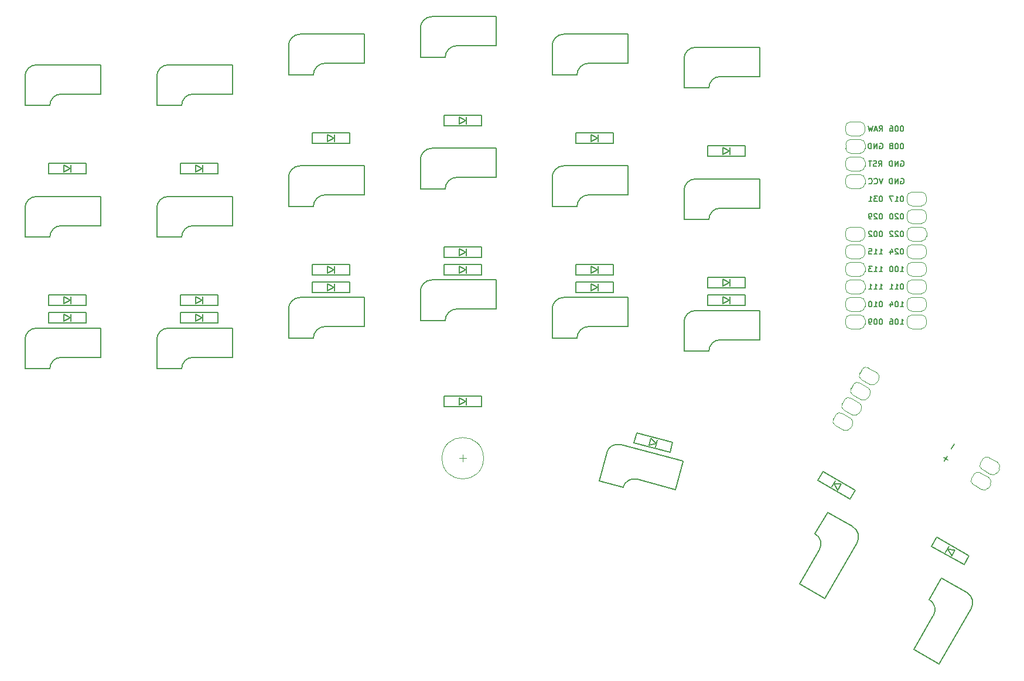
<source format=gbr>
%TF.GenerationSoftware,KiCad,Pcbnew,(5.1.9-0-10_14)*%
%TF.CreationDate,2021-10-14T21:57:33+01:00*%
%TF.ProjectId,edoxpcb,65646f78-7063-4622-9e6b-696361645f70,rev?*%
%TF.SameCoordinates,Original*%
%TF.FileFunction,Legend,Bot*%
%TF.FilePolarity,Positive*%
%FSLAX46Y46*%
G04 Gerber Fmt 4.6, Leading zero omitted, Abs format (unit mm)*
G04 Created by KiCad (PCBNEW (5.1.9-0-10_14)) date 2021-10-14 21:57:33*
%MOMM*%
%LPD*%
G01*
G04 APERTURE LIST*
%ADD10C,0.120000*%
%ADD11C,0.150000*%
G04 APERTURE END LIST*
D10*
%TO.C,SW32*%
X29672774Y-59212730D02*
X28672774Y-59212730D01*
X29172774Y-58712730D02*
X29172774Y-59712730D01*
X32172774Y-59212730D02*
G75*
G03*
X32172774Y-59212730I-3000000J0D01*
G01*
D11*
%TO.C,SW25*%
X66406536Y-42066447D02*
X72136536Y-42066447D01*
X61136536Y-39526447D02*
X61136536Y-43741447D01*
X62811536Y-37851447D02*
X72136536Y-37851447D01*
X61136536Y-43741447D02*
X64731536Y-43741447D01*
X72136536Y-37856447D02*
X72136536Y-42066447D01*
X62811536Y-37851447D02*
G75*
G03*
X61136536Y-39526447I0J-1675000D01*
G01*
X66406536Y-42066447D02*
G75*
G03*
X64731536Y-43741447I0J-1675000D01*
G01*
D10*
%TO.C,JPRSTB1*%
X86601533Y-15621449D02*
X85201533Y-15621449D01*
X84501533Y-16321449D02*
X84501533Y-16921449D01*
X85201533Y-17621449D02*
X86601533Y-17621449D01*
X87301533Y-16921449D02*
X87301533Y-16321449D01*
X87301533Y-16321449D02*
G75*
G03*
X86601533Y-15621449I-700000J0D01*
G01*
X86601533Y-17621449D02*
G75*
G03*
X87301533Y-16921449I0J700000D01*
G01*
X84501533Y-16921449D02*
G75*
G03*
X85201533Y-17621449I700000J0D01*
G01*
X85201533Y-15621449D02*
G75*
G03*
X84501533Y-16321449I0J-700000D01*
G01*
%TO.C,JPOVCCB1*%
X87747822Y-49015572D02*
X86535386Y-48315572D01*
X85579168Y-48571789D02*
X85279168Y-49091405D01*
X85535386Y-50047622D02*
X86747822Y-50747622D01*
X87704040Y-50491405D02*
X88004040Y-49971789D01*
X88004039Y-49971789D02*
G75*
G03*
X87747822Y-49015572I-606217J350000D01*
G01*
X86747822Y-50747623D02*
G75*
G03*
X87704040Y-50491405I350000J606218D01*
G01*
X85279169Y-49091405D02*
G75*
G03*
X85535386Y-50047622I606217J-350000D01*
G01*
X86535386Y-48315571D02*
G75*
G03*
X85579168Y-48571789I-350000J-606218D01*
G01*
%TO.C,JPOSDAB1*%
X85207819Y-53414982D02*
X83995383Y-52714982D01*
X83039165Y-52971199D02*
X82739165Y-53490815D01*
X82995383Y-54447032D02*
X84207819Y-55147032D01*
X85164037Y-54890815D02*
X85464037Y-54371199D01*
X85464036Y-54371199D02*
G75*
G03*
X85207819Y-53414982I-606217J350000D01*
G01*
X84207819Y-55147033D02*
G75*
G03*
X85164037Y-54890815I350000J606218D01*
G01*
X82739166Y-53490815D02*
G75*
G03*
X82995383Y-54447032I606217J-350000D01*
G01*
X83995383Y-52714981D02*
G75*
G03*
X83039165Y-52971199I-350000J-606218D01*
G01*
%TO.C,JPOSCLB1*%
X86477818Y-51215278D02*
X85265382Y-50515278D01*
X84309164Y-50771495D02*
X84009164Y-51291111D01*
X84265382Y-52247328D02*
X85477818Y-52947328D01*
X86434036Y-52691111D02*
X86734036Y-52171495D01*
X86734035Y-52171495D02*
G75*
G03*
X86477818Y-51215278I-606217J350000D01*
G01*
X85477818Y-52947329D02*
G75*
G03*
X86434036Y-52691111I350000J606218D01*
G01*
X84009165Y-51291111D02*
G75*
G03*
X84265382Y-52247328I606217J-350000D01*
G01*
X85265382Y-50515277D02*
G75*
G03*
X84309164Y-50771495I-350000J-606218D01*
G01*
%TO.C,JPOGNDB1*%
X89017820Y-46815869D02*
X87805384Y-46115869D01*
X86849166Y-46372086D02*
X86549166Y-46891702D01*
X86805384Y-47847919D02*
X88017820Y-48547919D01*
X88974038Y-48291702D02*
X89274038Y-47772086D01*
X89274037Y-47772086D02*
G75*
G03*
X89017820Y-46815869I-606217J350000D01*
G01*
X88017820Y-48547920D02*
G75*
G03*
X88974038Y-48291702I350000J606218D01*
G01*
X86549167Y-46891702D02*
G75*
G03*
X86805384Y-47847919I606217J-350000D01*
G01*
X87805384Y-46115868D02*
G75*
G03*
X86849166Y-46372086I-350000J-606218D01*
G01*
D11*
%TO.C,SW35*%
X97201738Y-81962336D02*
X94336738Y-86924662D01*
X102036442Y-78668382D02*
X98386145Y-76560882D01*
X102649535Y-80956475D02*
X97987035Y-89032162D01*
X98386145Y-76560882D02*
X96588645Y-79674243D01*
X97982704Y-89029662D02*
X94336738Y-86924662D01*
X102649535Y-80956475D02*
G75*
G03*
X102036442Y-78668382I-1450593J837500D01*
G01*
X97201738Y-81962336D02*
G75*
G03*
X96588645Y-79674243I-1450593J837500D01*
G01*
%TO.C,SW34*%
X80703740Y-72437337D02*
X77838740Y-77399663D01*
X85538444Y-69143383D02*
X81888147Y-67035883D01*
X86151537Y-71431476D02*
X81489037Y-79507163D01*
X81888147Y-67035883D02*
X80090647Y-70149244D01*
X81484706Y-79504663D02*
X77838740Y-77399663D01*
X86151537Y-71431476D02*
G75*
G03*
X85538444Y-69143383I-1450593J837500D01*
G01*
X80703740Y-72437337D02*
G75*
G03*
X80090647Y-70149244I-1450593J837500D01*
G01*
%TO.C,SW33*%
X54393406Y-62249115D02*
X59928161Y-63732148D01*
X49960377Y-58431687D02*
X48869455Y-62503064D01*
X52011824Y-57247283D02*
X61019083Y-59660771D01*
X48869455Y-62503064D02*
X52341958Y-63433519D01*
X61017789Y-59665600D02*
X59928161Y-63732148D01*
X52011825Y-57247283D02*
G75*
G03*
X49960377Y-58431687I-433522J-1617926D01*
G01*
X54393406Y-62249115D02*
G75*
G03*
X52341958Y-63433519I-433522J-1617926D01*
G01*
%TO.C,SW24*%
X47356532Y-40161449D02*
X53086532Y-40161449D01*
X42086532Y-37621449D02*
X42086532Y-41836449D01*
X43761532Y-35946449D02*
X53086532Y-35946449D01*
X42086532Y-41836449D02*
X45681532Y-41836449D01*
X53086532Y-35951449D02*
X53086532Y-40161449D01*
X43761532Y-35946449D02*
G75*
G03*
X42086532Y-37621449I0J-1675000D01*
G01*
X47356532Y-40161449D02*
G75*
G03*
X45681532Y-41836449I0J-1675000D01*
G01*
%TO.C,SW23*%
X28306535Y-37621449D02*
X34036535Y-37621449D01*
X23036535Y-35081449D02*
X23036535Y-39296449D01*
X24711535Y-33406449D02*
X34036535Y-33406449D01*
X23036535Y-39296449D02*
X26631535Y-39296449D01*
X34036535Y-33411449D02*
X34036535Y-37621449D01*
X24711535Y-33406449D02*
G75*
G03*
X23036535Y-35081449I0J-1675000D01*
G01*
X28306535Y-37621449D02*
G75*
G03*
X26631535Y-39296449I0J-1675000D01*
G01*
%TO.C,SW22*%
X9256532Y-40161449D02*
X14986532Y-40161449D01*
X3986532Y-37621449D02*
X3986532Y-41836449D01*
X5661532Y-35946449D02*
X14986532Y-35946449D01*
X3986532Y-41836449D02*
X7581532Y-41836449D01*
X14986532Y-35951449D02*
X14986532Y-40161449D01*
X5661532Y-35946449D02*
G75*
G03*
X3986532Y-37621449I0J-1675000D01*
G01*
X9256532Y-40161449D02*
G75*
G03*
X7581532Y-41836449I0J-1675000D01*
G01*
%TO.C,SW21*%
X-9793468Y-44606449D02*
X-4063468Y-44606449D01*
X-15063468Y-42066449D02*
X-15063468Y-46281449D01*
X-13388468Y-40391449D02*
X-4063468Y-40391449D01*
X-15063468Y-46281449D02*
X-11468468Y-46281449D01*
X-4063468Y-40396449D02*
X-4063468Y-44606449D01*
X-13388468Y-40391449D02*
G75*
G03*
X-15063468Y-42066449I0J-1675000D01*
G01*
X-9793468Y-44606449D02*
G75*
G03*
X-11468468Y-46281449I0J-1675000D01*
G01*
%TO.C,SW20*%
X-28843468Y-44606449D02*
X-23113468Y-44606449D01*
X-34113468Y-42066449D02*
X-34113468Y-46281449D01*
X-32438468Y-40391449D02*
X-23113468Y-40391449D01*
X-34113468Y-46281449D02*
X-30518468Y-46281449D01*
X-23113468Y-40396449D02*
X-23113468Y-44606449D01*
X-32438468Y-40391449D02*
G75*
G03*
X-34113468Y-42066449I0J-1675000D01*
G01*
X-28843468Y-44606449D02*
G75*
G03*
X-30518468Y-46281449I0J-1675000D01*
G01*
%TO.C,SW15*%
X66406534Y-23016446D02*
X72136534Y-23016446D01*
X61136534Y-20476446D02*
X61136534Y-24691446D01*
X62811534Y-18801446D02*
X72136534Y-18801446D01*
X61136534Y-24691446D02*
X64731534Y-24691446D01*
X72136534Y-18806446D02*
X72136534Y-23016446D01*
X62811534Y-18801446D02*
G75*
G03*
X61136534Y-20476446I0J-1675000D01*
G01*
X66406534Y-23016446D02*
G75*
G03*
X64731534Y-24691446I0J-1675000D01*
G01*
%TO.C,SW14*%
X47356532Y-21111449D02*
X53086532Y-21111449D01*
X42086532Y-18571449D02*
X42086532Y-22786449D01*
X43761532Y-16896449D02*
X53086532Y-16896449D01*
X42086532Y-22786449D02*
X45681532Y-22786449D01*
X53086532Y-16901449D02*
X53086532Y-21111449D01*
X43761532Y-16896449D02*
G75*
G03*
X42086532Y-18571449I0J-1675000D01*
G01*
X47356532Y-21111449D02*
G75*
G03*
X45681532Y-22786449I0J-1675000D01*
G01*
%TO.C,SW13*%
X28306535Y-18571449D02*
X34036535Y-18571449D01*
X23036535Y-16031449D02*
X23036535Y-20246449D01*
X24711535Y-14356449D02*
X34036535Y-14356449D01*
X23036535Y-20246449D02*
X26631535Y-20246449D01*
X34036535Y-14361449D02*
X34036535Y-18571449D01*
X24711535Y-14356449D02*
G75*
G03*
X23036535Y-16031449I0J-1675000D01*
G01*
X28306535Y-18571449D02*
G75*
G03*
X26631535Y-20246449I0J-1675000D01*
G01*
%TO.C,SW12*%
X9256535Y-21111450D02*
X14986535Y-21111450D01*
X3986535Y-18571450D02*
X3986535Y-22786450D01*
X5661535Y-16896450D02*
X14986535Y-16896450D01*
X3986535Y-22786450D02*
X7581535Y-22786450D01*
X14986535Y-16901450D02*
X14986535Y-21111450D01*
X5661535Y-16896450D02*
G75*
G03*
X3986535Y-18571450I0J-1675000D01*
G01*
X9256535Y-21111450D02*
G75*
G03*
X7581535Y-22786450I0J-1675000D01*
G01*
%TO.C,SW11*%
X-9793469Y-25556449D02*
X-4063469Y-25556449D01*
X-15063469Y-23016449D02*
X-15063469Y-27231449D01*
X-13388469Y-21341449D02*
X-4063469Y-21341449D01*
X-15063469Y-27231449D02*
X-11468469Y-27231449D01*
X-4063469Y-21346449D02*
X-4063469Y-25556449D01*
X-13388469Y-21341449D02*
G75*
G03*
X-15063469Y-23016449I0J-1675000D01*
G01*
X-9793469Y-25556449D02*
G75*
G03*
X-11468469Y-27231449I0J-1675000D01*
G01*
%TO.C,SW10*%
X-28843468Y-25556449D02*
X-23113468Y-25556449D01*
X-34113468Y-23016449D02*
X-34113468Y-27231449D01*
X-32438468Y-21341449D02*
X-23113468Y-21341449D01*
X-34113468Y-27231449D02*
X-30518468Y-27231449D01*
X-23113468Y-21346449D02*
X-23113468Y-25556449D01*
X-32438468Y-21341449D02*
G75*
G03*
X-34113468Y-23016449I0J-1675000D01*
G01*
X-28843468Y-25556449D02*
G75*
G03*
X-30518468Y-27231449I0J-1675000D01*
G01*
%TO.C,SW5*%
X66406531Y-3966449D02*
X72136531Y-3966449D01*
X61136531Y-1426449D02*
X61136531Y-5641449D01*
X62811531Y248551D02*
X72136531Y248551D01*
X61136531Y-5641449D02*
X64731531Y-5641449D01*
X72136531Y243551D02*
X72136531Y-3966449D01*
X62811531Y248551D02*
G75*
G03*
X61136531Y-1426449I0J-1675000D01*
G01*
X66406531Y-3966449D02*
G75*
G03*
X64731531Y-5641449I0J-1675000D01*
G01*
%TO.C,SW4*%
X47356532Y-2061451D02*
X53086532Y-2061451D01*
X42086532Y478549D02*
X42086532Y-3736451D01*
X43761532Y2153549D02*
X53086532Y2153549D01*
X42086532Y-3736451D02*
X45681532Y-3736451D01*
X53086532Y2148549D02*
X53086532Y-2061451D01*
X43761532Y2153549D02*
G75*
G03*
X42086532Y478549I0J-1675000D01*
G01*
X47356532Y-2061451D02*
G75*
G03*
X45681532Y-3736451I0J-1675000D01*
G01*
%TO.C,SW3*%
X28306534Y478550D02*
X34036534Y478550D01*
X23036534Y3018550D02*
X23036534Y-1196450D01*
X24711534Y4693550D02*
X34036534Y4693550D01*
X23036534Y-1196450D02*
X26631534Y-1196450D01*
X34036534Y4688550D02*
X34036534Y478550D01*
X24711534Y4693550D02*
G75*
G03*
X23036534Y3018550I0J-1675000D01*
G01*
X28306534Y478550D02*
G75*
G03*
X26631534Y-1196450I0J-1675000D01*
G01*
%TO.C,SW2*%
X9256536Y-2061450D02*
X14986536Y-2061450D01*
X3986536Y478550D02*
X3986536Y-3736450D01*
X5661536Y2153550D02*
X14986536Y2153550D01*
X3986536Y-3736450D02*
X7581536Y-3736450D01*
X14986536Y2148550D02*
X14986536Y-2061450D01*
X5661536Y2153550D02*
G75*
G03*
X3986536Y478550I0J-1675000D01*
G01*
X9256536Y-2061450D02*
G75*
G03*
X7581536Y-3736450I0J-1675000D01*
G01*
%TO.C,SW1*%
X-9793469Y-6506451D02*
X-4063469Y-6506451D01*
X-15063469Y-3966451D02*
X-15063469Y-8181451D01*
X-13388469Y-2291451D02*
X-4063469Y-2291451D01*
X-15063469Y-8181451D02*
X-11468469Y-8181451D01*
X-4063469Y-2296451D02*
X-4063469Y-6506451D01*
X-13388469Y-2291451D02*
G75*
G03*
X-15063469Y-3966451I0J-1675000D01*
G01*
X-9793469Y-6506451D02*
G75*
G03*
X-11468469Y-8181451I0J-1675000D01*
G01*
%TO.C,SW0*%
X-28843464Y-6506449D02*
X-23113464Y-6506449D01*
X-34113464Y-3966449D02*
X-34113464Y-8181449D01*
X-32438464Y-2291449D02*
X-23113464Y-2291449D01*
X-34113464Y-8181449D02*
X-30518464Y-8181449D01*
X-23113464Y-2296449D02*
X-23113464Y-6506449D01*
X-32438464Y-2291449D02*
G75*
G03*
X-34113464Y-3966449I0J-1675000D01*
G01*
X-28843464Y-6506449D02*
G75*
G03*
X-30518464Y-8181449I0J-1675000D01*
G01*
D10*
%TO.C,JP-B1*%
X105175307Y-62011276D02*
X103962871Y-61311276D01*
X103006653Y-61567493D02*
X102706653Y-62087109D01*
X102962871Y-63043326D02*
X104175307Y-63743326D01*
X105131525Y-63487109D02*
X105431525Y-62967493D01*
X105431524Y-62967493D02*
G75*
G03*
X105175307Y-62011276I-606217J350000D01*
G01*
X104175307Y-63743327D02*
G75*
G03*
X105131525Y-63487109I350000J606218D01*
G01*
X102706654Y-62087109D02*
G75*
G03*
X102962871Y-63043326I606217J-350000D01*
G01*
X103962871Y-61311275D02*
G75*
G03*
X103006653Y-61567493I-350000J-606218D01*
G01*
%TO.C,JP+B1*%
X106445307Y-59811571D02*
X105232871Y-59111571D01*
X104276653Y-59367788D02*
X103976653Y-59887404D01*
X104232871Y-60843621D02*
X105445307Y-61543621D01*
X106401525Y-61287404D02*
X106701525Y-60767788D01*
X106701524Y-60767788D02*
G75*
G03*
X106445307Y-59811571I-606217J350000D01*
G01*
X105445307Y-61543622D02*
G75*
G03*
X106401525Y-61287404I350000J606218D01*
G01*
X103976654Y-59887404D02*
G75*
G03*
X104232871Y-60843621I606217J-350000D01*
G01*
X105232871Y-59111570D02*
G75*
G03*
X104276653Y-59367788I-350000J-606218D01*
G01*
%TO.C,JPVCCB1*%
X86601532Y-18161445D02*
X85201532Y-18161445D01*
X84501532Y-18861445D02*
X84501532Y-19461445D01*
X85201532Y-20161445D02*
X86601532Y-20161445D01*
X87301532Y-19461445D02*
X87301532Y-18861445D01*
X87301532Y-18861445D02*
G75*
G03*
X86601532Y-18161445I-700000J0D01*
G01*
X86601532Y-20161445D02*
G75*
G03*
X87301532Y-19461445I0J700000D01*
G01*
X84501532Y-19461445D02*
G75*
G03*
X85201532Y-20161445I700000J0D01*
G01*
X85201532Y-18161445D02*
G75*
G03*
X84501532Y-18861445I0J-700000D01*
G01*
%TO.C,JPSDAB1*%
X94076532Y-22701453D02*
X95476532Y-22701453D01*
X96176532Y-22001453D02*
X96176532Y-21401453D01*
X95476532Y-20701453D02*
X94076532Y-20701453D01*
X93376532Y-21401453D02*
X93376532Y-22001453D01*
X93376532Y-22001453D02*
G75*
G03*
X94076532Y-22701453I700000J0D01*
G01*
X94076532Y-20701453D02*
G75*
G03*
X93376532Y-21401453I0J-700000D01*
G01*
X96176532Y-21401453D02*
G75*
G03*
X95476532Y-20701453I-700000J0D01*
G01*
X95476532Y-22701453D02*
G75*
G03*
X96176532Y-22001453I0J700000D01*
G01*
%TO.C,JPSCLB1*%
X94076532Y-25241449D02*
X95476532Y-25241449D01*
X96176532Y-24541449D02*
X96176532Y-23941449D01*
X95476532Y-23241449D02*
X94076532Y-23241449D01*
X93376532Y-23941449D02*
X93376532Y-24541449D01*
X93376532Y-24541449D02*
G75*
G03*
X94076532Y-25241449I700000J0D01*
G01*
X94076532Y-23241449D02*
G75*
G03*
X93376532Y-23941449I0J-700000D01*
G01*
X96176532Y-23941449D02*
G75*
G03*
X95476532Y-23241449I-700000J0D01*
G01*
X95476532Y-25241449D02*
G75*
G03*
X96176532Y-24541449I0J700000D01*
G01*
%TO.C,JPR3B1*%
X94076532Y-40481446D02*
X95476532Y-40481446D01*
X96176532Y-39781446D02*
X96176532Y-39181446D01*
X95476532Y-38481446D02*
X94076532Y-38481446D01*
X93376532Y-39181446D02*
X93376532Y-39781446D01*
X93376532Y-39781446D02*
G75*
G03*
X94076532Y-40481446I700000J0D01*
G01*
X94076532Y-38481446D02*
G75*
G03*
X93376532Y-39181446I0J-700000D01*
G01*
X96176532Y-39181446D02*
G75*
G03*
X95476532Y-38481446I-700000J0D01*
G01*
X95476532Y-40481446D02*
G75*
G03*
X96176532Y-39781446I0J700000D01*
G01*
%TO.C,JPR2B1*%
X94076532Y-37941449D02*
X95476532Y-37941449D01*
X96176532Y-37241449D02*
X96176532Y-36641449D01*
X95476532Y-35941449D02*
X94076532Y-35941449D01*
X93376532Y-36641449D02*
X93376532Y-37241449D01*
X93376532Y-37241449D02*
G75*
G03*
X94076532Y-37941449I700000J0D01*
G01*
X94076532Y-35941449D02*
G75*
G03*
X93376532Y-36641449I0J-700000D01*
G01*
X96176532Y-36641449D02*
G75*
G03*
X95476532Y-35941449I-700000J0D01*
G01*
X95476532Y-37941449D02*
G75*
G03*
X96176532Y-37241449I0J700000D01*
G01*
%TO.C,JPR1B1*%
X94076532Y-35401446D02*
X95476532Y-35401446D01*
X96176532Y-34701446D02*
X96176532Y-34101446D01*
X95476532Y-33401446D02*
X94076532Y-33401446D01*
X93376532Y-34101446D02*
X93376532Y-34701446D01*
X93376532Y-34701446D02*
G75*
G03*
X94076532Y-35401446I700000J0D01*
G01*
X94076532Y-33401446D02*
G75*
G03*
X93376532Y-34101446I0J-700000D01*
G01*
X96176532Y-34101446D02*
G75*
G03*
X95476532Y-33401446I-700000J0D01*
G01*
X95476532Y-35401446D02*
G75*
G03*
X96176532Y-34701446I0J700000D01*
G01*
%TO.C,JPR0B1*%
X94076533Y-32861450D02*
X95476533Y-32861450D01*
X96176533Y-32161450D02*
X96176533Y-31561450D01*
X95476533Y-30861450D02*
X94076533Y-30861450D01*
X93376533Y-31561450D02*
X93376533Y-32161450D01*
X93376533Y-32161450D02*
G75*
G03*
X94076533Y-32861450I700000J0D01*
G01*
X94076533Y-30861450D02*
G75*
G03*
X93376533Y-31561450I0J-700000D01*
G01*
X96176533Y-31561450D02*
G75*
G03*
X95476533Y-30861450I-700000J0D01*
G01*
X95476533Y-32861450D02*
G75*
G03*
X96176533Y-32161450I0J700000D01*
G01*
%TO.C,JPGNDB1*%
X86616534Y-13081451D02*
X85216534Y-13081451D01*
X84516534Y-13781451D02*
X84516534Y-14381451D01*
X85216534Y-15081451D02*
X86616534Y-15081451D01*
X87316534Y-14381451D02*
X87316534Y-13781451D01*
X87316534Y-13781451D02*
G75*
G03*
X86616534Y-13081451I-700000J0D01*
G01*
X86616534Y-15081451D02*
G75*
G03*
X87316534Y-14381451I0J700000D01*
G01*
X84516534Y-14381451D02*
G75*
G03*
X85216534Y-15081451I700000J0D01*
G01*
X85216534Y-13081451D02*
G75*
G03*
X84516534Y-13781451I0J-700000D01*
G01*
%TO.C,JPEBB2*%
X94076534Y-30321450D02*
X95476534Y-30321450D01*
X96176534Y-29621450D02*
X96176534Y-29021450D01*
X95476534Y-28321450D02*
X94076534Y-28321450D01*
X93376534Y-29021450D02*
X93376534Y-29621450D01*
X93376534Y-29621450D02*
G75*
G03*
X94076534Y-30321450I700000J0D01*
G01*
X94076534Y-28321450D02*
G75*
G03*
X93376534Y-29021450I0J-700000D01*
G01*
X96176534Y-29021450D02*
G75*
G03*
X95476534Y-28321450I-700000J0D01*
G01*
X95476534Y-30321450D02*
G75*
G03*
X96176534Y-29621450I0J700000D01*
G01*
%TO.C,JPEBB1*%
X86586532Y-10541452D02*
X85186532Y-10541452D01*
X84486532Y-11241452D02*
X84486532Y-11841452D01*
X85186532Y-12541452D02*
X86586532Y-12541452D01*
X87286532Y-11841452D02*
X87286532Y-11241452D01*
X87286532Y-11241452D02*
G75*
G03*
X86586532Y-10541452I-700000J0D01*
G01*
X86586532Y-12541452D02*
G75*
G03*
X87286532Y-11841452I0J700000D01*
G01*
X84486532Y-11841452D02*
G75*
G03*
X85186532Y-12541452I700000J0D01*
G01*
X85186532Y-10541452D02*
G75*
G03*
X84486532Y-11241452I0J-700000D01*
G01*
%TO.C,JPEAB1*%
X94091533Y-27781449D02*
X95491533Y-27781449D01*
X96191533Y-27081449D02*
X96191533Y-26481449D01*
X95491533Y-25781449D02*
X94091533Y-25781449D01*
X93391533Y-26481449D02*
X93391533Y-27081449D01*
X93391533Y-27081449D02*
G75*
G03*
X94091533Y-27781449I700000J0D01*
G01*
X94091533Y-25781449D02*
G75*
G03*
X93391533Y-26481449I0J-700000D01*
G01*
X96191533Y-26481449D02*
G75*
G03*
X95491533Y-25781449I-700000J0D01*
G01*
X95491533Y-27781449D02*
G75*
G03*
X96191533Y-27081449I0J700000D01*
G01*
%TO.C,JPC5B1*%
X86601531Y-38481448D02*
X85201531Y-38481448D01*
X84501531Y-39181448D02*
X84501531Y-39781448D01*
X85201531Y-40481448D02*
X86601531Y-40481448D01*
X87301531Y-39781448D02*
X87301531Y-39181448D01*
X87301531Y-39181448D02*
G75*
G03*
X86601531Y-38481448I-700000J0D01*
G01*
X86601531Y-40481448D02*
G75*
G03*
X87301531Y-39781448I0J700000D01*
G01*
X84501531Y-39781448D02*
G75*
G03*
X85201531Y-40481448I700000J0D01*
G01*
X85201531Y-38481448D02*
G75*
G03*
X84501531Y-39181448I0J-700000D01*
G01*
%TO.C,JPC4B1*%
X86601534Y-35941449D02*
X85201534Y-35941449D01*
X84501534Y-36641449D02*
X84501534Y-37241449D01*
X85201534Y-37941449D02*
X86601534Y-37941449D01*
X87301534Y-37241449D02*
X87301534Y-36641449D01*
X87301534Y-36641449D02*
G75*
G03*
X86601534Y-35941449I-700000J0D01*
G01*
X86601534Y-37941449D02*
G75*
G03*
X87301534Y-37241449I0J700000D01*
G01*
X84501534Y-37241449D02*
G75*
G03*
X85201534Y-37941449I700000J0D01*
G01*
X85201534Y-35941449D02*
G75*
G03*
X84501534Y-36641449I0J-700000D01*
G01*
%TO.C,JPC3B1*%
X86601531Y-33401448D02*
X85201531Y-33401448D01*
X84501531Y-34101448D02*
X84501531Y-34701448D01*
X85201531Y-35401448D02*
X86601531Y-35401448D01*
X87301531Y-34701448D02*
X87301531Y-34101448D01*
X87301531Y-34101448D02*
G75*
G03*
X86601531Y-33401448I-700000J0D01*
G01*
X86601531Y-35401448D02*
G75*
G03*
X87301531Y-34701448I0J700000D01*
G01*
X84501531Y-34701448D02*
G75*
G03*
X85201531Y-35401448I700000J0D01*
G01*
X85201531Y-33401448D02*
G75*
G03*
X84501531Y-34101448I0J-700000D01*
G01*
%TO.C,JPC2B1*%
X86601532Y-30861448D02*
X85201532Y-30861448D01*
X84501532Y-31561448D02*
X84501532Y-32161448D01*
X85201532Y-32861448D02*
X86601532Y-32861448D01*
X87301532Y-32161448D02*
X87301532Y-31561448D01*
X87301532Y-31561448D02*
G75*
G03*
X86601532Y-30861448I-700000J0D01*
G01*
X86601532Y-32861448D02*
G75*
G03*
X87301532Y-32161448I0J700000D01*
G01*
X84501532Y-32161448D02*
G75*
G03*
X85201532Y-32861448I700000J0D01*
G01*
X85201532Y-30861448D02*
G75*
G03*
X84501532Y-31561448I0J-700000D01*
G01*
%TO.C,JPC1B1*%
X86586534Y-28321450D02*
X85186534Y-28321450D01*
X84486534Y-29021450D02*
X84486534Y-29621450D01*
X85186534Y-30321450D02*
X86586534Y-30321450D01*
X87286534Y-29621450D02*
X87286534Y-29021450D01*
X87286534Y-29021450D02*
G75*
G03*
X86586534Y-28321450I-700000J0D01*
G01*
X86586534Y-30321450D02*
G75*
G03*
X87286534Y-29621450I0J700000D01*
G01*
X84486534Y-29621450D02*
G75*
G03*
X85186534Y-30321450I700000J0D01*
G01*
X85186534Y-28321450D02*
G75*
G03*
X84486534Y-29021450I0J-700000D01*
G01*
%TO.C,JPC0B1*%
X86586536Y-25781451D02*
X85186536Y-25781451D01*
X84486536Y-26481451D02*
X84486536Y-27081451D01*
X85186536Y-27781451D02*
X86586536Y-27781451D01*
X87286536Y-27081451D02*
X87286536Y-26481451D01*
X87286536Y-26481451D02*
G75*
G03*
X86586536Y-25781451I-700000J0D01*
G01*
X86586536Y-27781451D02*
G75*
G03*
X87286536Y-27081451I0J700000D01*
G01*
X84486536Y-27081451D02*
G75*
G03*
X85186536Y-27781451I700000J0D01*
G01*
X85186536Y-25781451D02*
G75*
G03*
X84486536Y-26481451I0J-700000D01*
G01*
D11*
%TO.C,D35*%
X99303124Y-72442629D02*
X100332547Y-72459616D01*
X100332547Y-72459616D02*
X99832547Y-73325642D01*
X99832547Y-73325642D02*
X99303124Y-72442629D01*
X99466521Y-71959616D02*
X98966521Y-72825642D01*
X102362803Y-73343110D02*
X97686265Y-70643110D01*
X97686265Y-70643110D02*
X96936265Y-71942148D01*
X96936265Y-71942148D02*
X101612803Y-74642148D01*
X101612803Y-74642148D02*
X102362803Y-73343110D01*
%TO.C,D34*%
X82849921Y-62943368D02*
X83879344Y-62960355D01*
X83879344Y-62960355D02*
X83379344Y-63826381D01*
X83379344Y-63826381D02*
X82849921Y-62943368D01*
X83013318Y-62460355D02*
X82513318Y-63326381D01*
X85909600Y-63843849D02*
X81233062Y-61143849D01*
X81233062Y-61143849D02*
X80483062Y-62442887D01*
X80483062Y-62442887D02*
X85159600Y-65142887D01*
X85159600Y-65142887D02*
X85909600Y-63843849D01*
%TO.C,D33*%
X57094452Y-57056256D02*
X56095710Y-57306281D01*
X56095710Y-57306281D02*
X56354529Y-56340356D01*
X56354529Y-56340356D02*
X57094452Y-57056256D01*
X57061635Y-57565100D02*
X57320454Y-56599175D01*
X53905968Y-56978361D02*
X59121967Y-58375984D01*
X59121967Y-58375984D02*
X59510196Y-56927095D01*
X59510196Y-56927095D02*
X54294197Y-55529472D01*
X54294197Y-55529472D02*
X53905968Y-56978361D01*
%TO.C,D32*%
X29571534Y-50956449D02*
X28671534Y-51456449D01*
X28671534Y-51456449D02*
X28671534Y-50456449D01*
X28671534Y-50456449D02*
X29571534Y-50956449D01*
X29671534Y-51456449D02*
X29671534Y-50456449D01*
X26471534Y-51706449D02*
X31871534Y-51706449D01*
X31871534Y-51706449D02*
X31871534Y-50206449D01*
X31871534Y-50206449D02*
X26471534Y-50206449D01*
X26471534Y-50206449D02*
X26471534Y-51706449D01*
%TO.C,D25*%
X67671534Y-36351450D02*
X66771534Y-36851450D01*
X66771534Y-36851450D02*
X66771534Y-35851450D01*
X66771534Y-35851450D02*
X67671534Y-36351450D01*
X67771534Y-36851450D02*
X67771534Y-35851450D01*
X64571534Y-37101450D02*
X69971534Y-37101450D01*
X69971534Y-37101450D02*
X69971534Y-35601450D01*
X69971534Y-35601450D02*
X64571534Y-35601450D01*
X64571534Y-35601450D02*
X64571534Y-37101450D01*
%TO.C,D24*%
X48621532Y-34446448D02*
X47721532Y-34946448D01*
X47721532Y-34946448D02*
X47721532Y-33946448D01*
X47721532Y-33946448D02*
X48621532Y-34446448D01*
X48721532Y-34946448D02*
X48721532Y-33946448D01*
X45521532Y-35196448D02*
X50921532Y-35196448D01*
X50921532Y-35196448D02*
X50921532Y-33696448D01*
X50921532Y-33696448D02*
X45521532Y-33696448D01*
X45521532Y-33696448D02*
X45521532Y-35196448D01*
%TO.C,D23*%
X29571535Y-31906451D02*
X28671535Y-32406451D01*
X28671535Y-32406451D02*
X28671535Y-31406451D01*
X28671535Y-31406451D02*
X29571535Y-31906451D01*
X29671535Y-32406451D02*
X29671535Y-31406451D01*
X26471535Y-32656451D02*
X31871535Y-32656451D01*
X31871535Y-32656451D02*
X31871535Y-31156451D01*
X31871535Y-31156451D02*
X26471535Y-31156451D01*
X26471535Y-31156451D02*
X26471535Y-32656451D01*
%TO.C,D22*%
X10521534Y-34446447D02*
X9621534Y-34946447D01*
X9621534Y-34946447D02*
X9621534Y-33946447D01*
X9621534Y-33946447D02*
X10521534Y-34446447D01*
X10621534Y-34946447D02*
X10621534Y-33946447D01*
X7421534Y-35196447D02*
X12821534Y-35196447D01*
X12821534Y-35196447D02*
X12821534Y-33696447D01*
X12821534Y-33696447D02*
X7421534Y-33696447D01*
X7421534Y-33696447D02*
X7421534Y-35196447D01*
%TO.C,D21*%
X-8528469Y-38891448D02*
X-9428469Y-39391448D01*
X-9428469Y-39391448D02*
X-9428469Y-38391448D01*
X-9428469Y-38391448D02*
X-8528469Y-38891448D01*
X-8428469Y-39391448D02*
X-8428469Y-38391448D01*
X-11628469Y-39641448D02*
X-6228469Y-39641448D01*
X-6228469Y-39641448D02*
X-6228469Y-38141448D01*
X-6228469Y-38141448D02*
X-11628469Y-38141448D01*
X-11628469Y-38141448D02*
X-11628469Y-39641448D01*
%TO.C,D20*%
X-27578468Y-38891447D02*
X-28478468Y-39391447D01*
X-28478468Y-39391447D02*
X-28478468Y-38391447D01*
X-28478468Y-38391447D02*
X-27578468Y-38891447D01*
X-27478468Y-39391447D02*
X-27478468Y-38391447D01*
X-30678468Y-39641447D02*
X-25278468Y-39641447D01*
X-25278468Y-39641447D02*
X-25278468Y-38141447D01*
X-25278468Y-38141447D02*
X-30678468Y-38141447D01*
X-30678468Y-38141447D02*
X-30678468Y-39641447D01*
%TO.C,D15*%
X67671534Y-33811446D02*
X66771534Y-34311446D01*
X66771534Y-34311446D02*
X66771534Y-33311446D01*
X66771534Y-33311446D02*
X67671534Y-33811446D01*
X67771534Y-34311446D02*
X67771534Y-33311446D01*
X64571534Y-34561446D02*
X69971534Y-34561446D01*
X69971534Y-34561446D02*
X69971534Y-33061446D01*
X69971534Y-33061446D02*
X64571534Y-33061446D01*
X64571534Y-33061446D02*
X64571534Y-34561446D01*
%TO.C,D14*%
X48621534Y-31906448D02*
X47721534Y-32406448D01*
X47721534Y-32406448D02*
X47721534Y-31406448D01*
X47721534Y-31406448D02*
X48621534Y-31906448D01*
X48721534Y-32406448D02*
X48721534Y-31406448D01*
X45521534Y-32656448D02*
X50921534Y-32656448D01*
X50921534Y-32656448D02*
X50921534Y-31156448D01*
X50921534Y-31156448D02*
X45521534Y-31156448D01*
X45521534Y-31156448D02*
X45521534Y-32656448D01*
%TO.C,D13*%
X29571535Y-29366447D02*
X28671535Y-29866447D01*
X28671535Y-29866447D02*
X28671535Y-28866447D01*
X28671535Y-28866447D02*
X29571535Y-29366447D01*
X29671535Y-29866447D02*
X29671535Y-28866447D01*
X26471535Y-30116447D02*
X31871535Y-30116447D01*
X31871535Y-30116447D02*
X31871535Y-28616447D01*
X31871535Y-28616447D02*
X26471535Y-28616447D01*
X26471535Y-28616447D02*
X26471535Y-30116447D01*
%TO.C,D12*%
X10521534Y-31906449D02*
X9621534Y-32406449D01*
X9621534Y-32406449D02*
X9621534Y-31406449D01*
X9621534Y-31406449D02*
X10521534Y-31906449D01*
X10621534Y-32406449D02*
X10621534Y-31406449D01*
X7421534Y-32656449D02*
X12821534Y-32656449D01*
X12821534Y-32656449D02*
X12821534Y-31156449D01*
X12821534Y-31156449D02*
X7421534Y-31156449D01*
X7421534Y-31156449D02*
X7421534Y-32656449D01*
%TO.C,D11*%
X-8528469Y-36351444D02*
X-9428469Y-36851444D01*
X-9428469Y-36851444D02*
X-9428469Y-35851444D01*
X-9428469Y-35851444D02*
X-8528469Y-36351444D01*
X-8428469Y-36851444D02*
X-8428469Y-35851444D01*
X-11628469Y-37101444D02*
X-6228469Y-37101444D01*
X-6228469Y-37101444D02*
X-6228469Y-35601444D01*
X-6228469Y-35601444D02*
X-11628469Y-35601444D01*
X-11628469Y-35601444D02*
X-11628469Y-37101444D01*
%TO.C,D10*%
X-27578468Y-36351448D02*
X-28478468Y-36851448D01*
X-28478468Y-36851448D02*
X-28478468Y-35851448D01*
X-28478468Y-35851448D02*
X-27578468Y-36351448D01*
X-27478468Y-36851448D02*
X-27478468Y-35851448D01*
X-30678468Y-37101448D02*
X-25278468Y-37101448D01*
X-25278468Y-37101448D02*
X-25278468Y-35601448D01*
X-25278468Y-35601448D02*
X-30678468Y-35601448D01*
X-30678468Y-35601448D02*
X-30678468Y-37101448D01*
%TO.C,D5*%
X67671533Y-14761449D02*
X66771533Y-15261449D01*
X66771533Y-15261449D02*
X66771533Y-14261449D01*
X66771533Y-14261449D02*
X67671533Y-14761449D01*
X67771533Y-15261449D02*
X67771533Y-14261449D01*
X64571533Y-15511449D02*
X69971533Y-15511449D01*
X69971533Y-15511449D02*
X69971533Y-14011449D01*
X69971533Y-14011449D02*
X64571533Y-14011449D01*
X64571533Y-14011449D02*
X64571533Y-15511449D01*
%TO.C,D4*%
X48621533Y-12856447D02*
X47721533Y-13356447D01*
X47721533Y-13356447D02*
X47721533Y-12356447D01*
X47721533Y-12356447D02*
X48621533Y-12856447D01*
X48721533Y-13356447D02*
X48721533Y-12356447D01*
X45521533Y-13606447D02*
X50921533Y-13606447D01*
X50921533Y-13606447D02*
X50921533Y-12106447D01*
X50921533Y-12106447D02*
X45521533Y-12106447D01*
X45521533Y-12106447D02*
X45521533Y-13606447D01*
%TO.C,D3*%
X29571531Y-10316447D02*
X28671531Y-10816447D01*
X28671531Y-10816447D02*
X28671531Y-9816447D01*
X28671531Y-9816447D02*
X29571531Y-10316447D01*
X29671531Y-10816447D02*
X29671531Y-9816447D01*
X26471531Y-11066447D02*
X31871531Y-11066447D01*
X31871531Y-11066447D02*
X31871531Y-9566447D01*
X31871531Y-9566447D02*
X26471531Y-9566447D01*
X26471531Y-9566447D02*
X26471531Y-11066447D01*
%TO.C,D2*%
X10521533Y-12856448D02*
X9621533Y-13356448D01*
X9621533Y-13356448D02*
X9621533Y-12356448D01*
X9621533Y-12356448D02*
X10521533Y-12856448D01*
X10621533Y-13356448D02*
X10621533Y-12356448D01*
X7421533Y-13606448D02*
X12821533Y-13606448D01*
X12821533Y-13606448D02*
X12821533Y-12106448D01*
X12821533Y-12106448D02*
X7421533Y-12106448D01*
X7421533Y-12106448D02*
X7421533Y-13606448D01*
%TO.C,D1*%
X-8528468Y-17301447D02*
X-9428468Y-17801447D01*
X-9428468Y-17801447D02*
X-9428468Y-16801447D01*
X-9428468Y-16801447D02*
X-8528468Y-17301447D01*
X-8428468Y-17801447D02*
X-8428468Y-16801447D01*
X-11628468Y-18051447D02*
X-6228468Y-18051447D01*
X-6228468Y-18051447D02*
X-6228468Y-16551447D01*
X-6228468Y-16551447D02*
X-11628468Y-16551447D01*
X-11628468Y-16551447D02*
X-11628468Y-18051447D01*
%TO.C,D0*%
X-27578465Y-17301451D02*
X-28478465Y-17801451D01*
X-28478465Y-17801451D02*
X-28478465Y-16801451D01*
X-28478465Y-16801451D02*
X-27578465Y-17301451D01*
X-27478465Y-17801451D02*
X-27478465Y-16801451D01*
X-30678465Y-18051451D02*
X-25278465Y-18051451D01*
X-25278465Y-18051451D02*
X-25278465Y-16551451D01*
X-25278465Y-16551451D02*
X-30678465Y-16551451D01*
X-30678465Y-16551451D02*
X-30678465Y-18051451D01*
%TO.C,U0*%
X89355866Y-32223354D02*
X89813009Y-32223354D01*
X89584437Y-32223354D02*
X89584437Y-31423354D01*
X89660628Y-31537640D01*
X89736818Y-31613830D01*
X89813009Y-31651926D01*
X88593961Y-32223354D02*
X89051104Y-32223354D01*
X88822533Y-32223354D02*
X88822533Y-31423354D01*
X88898723Y-31537640D01*
X88974913Y-31613830D01*
X89051104Y-31651926D01*
X88327294Y-31423354D02*
X87832056Y-31423354D01*
X88098723Y-31728116D01*
X87984437Y-31728116D01*
X87908247Y-31766211D01*
X87870152Y-31804307D01*
X87832056Y-31880497D01*
X87832056Y-32070973D01*
X87870152Y-32147164D01*
X87908247Y-32185259D01*
X87984437Y-32223354D01*
X88213009Y-32223354D01*
X88289199Y-32185259D01*
X88327294Y-32147164D01*
X89622533Y-26343354D02*
X89546342Y-26343354D01*
X89470152Y-26381450D01*
X89432056Y-26419545D01*
X89393961Y-26495735D01*
X89355866Y-26648116D01*
X89355866Y-26838592D01*
X89393961Y-26990973D01*
X89432056Y-27067164D01*
X89470152Y-27105259D01*
X89546342Y-27143354D01*
X89622533Y-27143354D01*
X89698723Y-27105259D01*
X89736818Y-27067164D01*
X89774913Y-26990973D01*
X89813009Y-26838592D01*
X89813009Y-26648116D01*
X89774913Y-26495735D01*
X89736818Y-26419545D01*
X89698723Y-26381450D01*
X89622533Y-26343354D01*
X88860628Y-26343354D02*
X88784437Y-26343354D01*
X88708247Y-26381450D01*
X88670152Y-26419545D01*
X88632056Y-26495735D01*
X88593961Y-26648116D01*
X88593961Y-26838592D01*
X88632056Y-26990973D01*
X88670152Y-27067164D01*
X88708247Y-27105259D01*
X88784437Y-27143354D01*
X88860628Y-27143354D01*
X88936818Y-27105259D01*
X88974913Y-27067164D01*
X89013009Y-26990973D01*
X89051104Y-26838592D01*
X89051104Y-26648116D01*
X89013009Y-26495735D01*
X88974913Y-26419545D01*
X88936818Y-26381450D01*
X88860628Y-26343354D01*
X88289199Y-26419545D02*
X88251104Y-26381450D01*
X88174913Y-26343354D01*
X87984437Y-26343354D01*
X87908247Y-26381450D01*
X87870152Y-26419545D01*
X87832056Y-26495735D01*
X87832056Y-26571926D01*
X87870152Y-26686211D01*
X88327294Y-27143354D01*
X87832056Y-27143354D01*
X89355866Y-34763354D02*
X89813009Y-34763354D01*
X89584437Y-34763354D02*
X89584437Y-33963354D01*
X89660628Y-34077640D01*
X89736818Y-34153830D01*
X89813009Y-34191926D01*
X88593961Y-34763354D02*
X89051104Y-34763354D01*
X88822533Y-34763354D02*
X88822533Y-33963354D01*
X88898723Y-34077640D01*
X88974913Y-34153830D01*
X89051104Y-34191926D01*
X87832056Y-34763354D02*
X88289199Y-34763354D01*
X88060628Y-34763354D02*
X88060628Y-33963354D01*
X88136818Y-34077640D01*
X88213009Y-34153830D01*
X88289199Y-34191926D01*
X89622533Y-39043354D02*
X89546342Y-39043354D01*
X89470152Y-39081450D01*
X89432056Y-39119545D01*
X89393961Y-39195735D01*
X89355866Y-39348116D01*
X89355866Y-39538592D01*
X89393961Y-39690973D01*
X89432056Y-39767164D01*
X89470152Y-39805259D01*
X89546342Y-39843354D01*
X89622533Y-39843354D01*
X89698723Y-39805259D01*
X89736818Y-39767164D01*
X89774913Y-39690973D01*
X89813009Y-39538592D01*
X89813009Y-39348116D01*
X89774913Y-39195735D01*
X89736818Y-39119545D01*
X89698723Y-39081450D01*
X89622533Y-39043354D01*
X88860628Y-39043354D02*
X88784437Y-39043354D01*
X88708247Y-39081450D01*
X88670152Y-39119545D01*
X88632056Y-39195735D01*
X88593961Y-39348116D01*
X88593961Y-39538592D01*
X88632056Y-39690973D01*
X88670152Y-39767164D01*
X88708247Y-39805259D01*
X88784437Y-39843354D01*
X88860628Y-39843354D01*
X88936818Y-39805259D01*
X88974913Y-39767164D01*
X89013009Y-39690973D01*
X89051104Y-39538592D01*
X89051104Y-39348116D01*
X89013009Y-39195735D01*
X88974913Y-39119545D01*
X88936818Y-39081450D01*
X88860628Y-39043354D01*
X88213009Y-39843354D02*
X88060628Y-39843354D01*
X87984437Y-39805259D01*
X87946342Y-39767164D01*
X87870152Y-39652878D01*
X87832056Y-39500497D01*
X87832056Y-39195735D01*
X87870152Y-39119545D01*
X87908247Y-39081450D01*
X87984437Y-39043354D01*
X88136818Y-39043354D01*
X88213009Y-39081450D01*
X88251104Y-39119545D01*
X88289199Y-39195735D01*
X88289199Y-39386211D01*
X88251104Y-39462402D01*
X88213009Y-39500497D01*
X88136818Y-39538592D01*
X87984437Y-39538592D01*
X87908247Y-39500497D01*
X87870152Y-39462402D01*
X87832056Y-39386211D01*
X89622533Y-21263354D02*
X89546342Y-21263354D01*
X89470152Y-21301450D01*
X89432056Y-21339545D01*
X89393961Y-21415735D01*
X89355866Y-21568116D01*
X89355866Y-21758592D01*
X89393961Y-21910973D01*
X89432056Y-21987164D01*
X89470152Y-22025259D01*
X89546342Y-22063354D01*
X89622533Y-22063354D01*
X89698723Y-22025259D01*
X89736818Y-21987164D01*
X89774913Y-21910973D01*
X89813009Y-21758592D01*
X89813009Y-21568116D01*
X89774913Y-21415735D01*
X89736818Y-21339545D01*
X89698723Y-21301450D01*
X89622533Y-21263354D01*
X89089199Y-21263354D02*
X88593961Y-21263354D01*
X88860628Y-21568116D01*
X88746342Y-21568116D01*
X88670152Y-21606211D01*
X88632056Y-21644307D01*
X88593961Y-21720497D01*
X88593961Y-21910973D01*
X88632056Y-21987164D01*
X88670152Y-22025259D01*
X88746342Y-22063354D01*
X88974913Y-22063354D01*
X89051104Y-22025259D01*
X89089199Y-21987164D01*
X87832056Y-22063354D02*
X88289199Y-22063354D01*
X88060628Y-22063354D02*
X88060628Y-21263354D01*
X88136818Y-21377640D01*
X88213009Y-21453830D01*
X88289199Y-21491926D01*
X89622533Y-36503354D02*
X89546342Y-36503354D01*
X89470152Y-36541450D01*
X89432056Y-36579545D01*
X89393961Y-36655735D01*
X89355866Y-36808116D01*
X89355866Y-36998592D01*
X89393961Y-37150973D01*
X89432056Y-37227164D01*
X89470152Y-37265259D01*
X89546342Y-37303354D01*
X89622533Y-37303354D01*
X89698723Y-37265259D01*
X89736818Y-37227164D01*
X89774913Y-37150973D01*
X89813009Y-36998592D01*
X89813009Y-36808116D01*
X89774913Y-36655735D01*
X89736818Y-36579545D01*
X89698723Y-36541450D01*
X89622533Y-36503354D01*
X88593961Y-37303354D02*
X89051104Y-37303354D01*
X88822533Y-37303354D02*
X88822533Y-36503354D01*
X88898723Y-36617640D01*
X88974913Y-36693830D01*
X89051104Y-36731926D01*
X88098723Y-36503354D02*
X88022533Y-36503354D01*
X87946342Y-36541450D01*
X87908247Y-36579545D01*
X87870152Y-36655735D01*
X87832056Y-36808116D01*
X87832056Y-36998592D01*
X87870152Y-37150973D01*
X87908247Y-37227164D01*
X87946342Y-37265259D01*
X88022533Y-37303354D01*
X88098723Y-37303354D01*
X88174913Y-37265259D01*
X88213009Y-37227164D01*
X88251104Y-37150973D01*
X88289199Y-36998592D01*
X88289199Y-36808116D01*
X88251104Y-36655735D01*
X88213009Y-36579545D01*
X88174913Y-36541450D01*
X88098723Y-36503354D01*
X89622533Y-23803354D02*
X89546342Y-23803354D01*
X89470152Y-23841450D01*
X89432056Y-23879545D01*
X89393961Y-23955735D01*
X89355866Y-24108116D01*
X89355866Y-24298592D01*
X89393961Y-24450973D01*
X89432056Y-24527164D01*
X89470152Y-24565259D01*
X89546342Y-24603354D01*
X89622533Y-24603354D01*
X89698723Y-24565259D01*
X89736818Y-24527164D01*
X89774913Y-24450973D01*
X89813009Y-24298592D01*
X89813009Y-24108116D01*
X89774913Y-23955735D01*
X89736818Y-23879545D01*
X89698723Y-23841450D01*
X89622533Y-23803354D01*
X89051104Y-23879545D02*
X89013009Y-23841450D01*
X88936818Y-23803354D01*
X88746342Y-23803354D01*
X88670152Y-23841450D01*
X88632056Y-23879545D01*
X88593961Y-23955735D01*
X88593961Y-24031926D01*
X88632056Y-24146211D01*
X89089199Y-24603354D01*
X88593961Y-24603354D01*
X88213009Y-24603354D02*
X88060628Y-24603354D01*
X87984437Y-24565259D01*
X87946342Y-24527164D01*
X87870152Y-24412878D01*
X87832056Y-24260497D01*
X87832056Y-23955735D01*
X87870152Y-23879545D01*
X87908247Y-23841450D01*
X87984437Y-23803354D01*
X88136818Y-23803354D01*
X88213009Y-23841450D01*
X88251104Y-23879545D01*
X88289199Y-23955735D01*
X88289199Y-24146211D01*
X88251104Y-24222402D01*
X88213009Y-24260497D01*
X88136818Y-24298592D01*
X87984437Y-24298592D01*
X87908247Y-24260497D01*
X87870152Y-24222402D01*
X87832056Y-24146211D01*
X89889199Y-18723354D02*
X89622533Y-19523354D01*
X89355866Y-18723354D01*
X88632056Y-19447164D02*
X88670152Y-19485259D01*
X88784437Y-19523354D01*
X88860628Y-19523354D01*
X88974913Y-19485259D01*
X89051104Y-19409069D01*
X89089199Y-19332878D01*
X89127294Y-19180497D01*
X89127294Y-19066211D01*
X89089199Y-18913830D01*
X89051104Y-18837640D01*
X88974913Y-18761450D01*
X88860628Y-18723354D01*
X88784437Y-18723354D01*
X88670152Y-18761450D01*
X88632056Y-18799545D01*
X87832056Y-19447164D02*
X87870152Y-19485259D01*
X87984437Y-19523354D01*
X88060628Y-19523354D01*
X88174913Y-19485259D01*
X88251104Y-19409069D01*
X88289199Y-19332878D01*
X88327294Y-19180497D01*
X88327294Y-19066211D01*
X88289199Y-18913830D01*
X88251104Y-18837640D01*
X88174913Y-18761450D01*
X88060628Y-18723354D01*
X87984437Y-18723354D01*
X87870152Y-18761450D01*
X87832056Y-18799545D01*
X89260628Y-16983354D02*
X89527294Y-16602402D01*
X89717771Y-16983354D02*
X89717771Y-16183354D01*
X89413009Y-16183354D01*
X89336818Y-16221450D01*
X89298723Y-16259545D01*
X89260628Y-16335735D01*
X89260628Y-16450021D01*
X89298723Y-16526211D01*
X89336818Y-16564307D01*
X89413009Y-16602402D01*
X89717771Y-16602402D01*
X88955866Y-16945259D02*
X88841580Y-16983354D01*
X88651104Y-16983354D01*
X88574913Y-16945259D01*
X88536818Y-16907164D01*
X88498723Y-16830973D01*
X88498723Y-16754783D01*
X88536818Y-16678592D01*
X88574913Y-16640497D01*
X88651104Y-16602402D01*
X88803485Y-16564307D01*
X88879675Y-16526211D01*
X88917771Y-16488116D01*
X88955866Y-16411926D01*
X88955866Y-16335735D01*
X88917771Y-16259545D01*
X88879675Y-16221450D01*
X88803485Y-16183354D01*
X88613009Y-16183354D01*
X88498723Y-16221450D01*
X88270152Y-16183354D02*
X87813009Y-16183354D01*
X88041580Y-16983354D02*
X88041580Y-16183354D01*
X89432056Y-13681450D02*
X89508247Y-13643354D01*
X89622533Y-13643354D01*
X89736818Y-13681450D01*
X89813009Y-13757640D01*
X89851104Y-13833830D01*
X89889199Y-13986211D01*
X89889199Y-14100497D01*
X89851104Y-14252878D01*
X89813009Y-14329069D01*
X89736818Y-14405259D01*
X89622533Y-14443354D01*
X89546342Y-14443354D01*
X89432056Y-14405259D01*
X89393961Y-14367164D01*
X89393961Y-14100497D01*
X89546342Y-14100497D01*
X89051104Y-14443354D02*
X89051104Y-13643354D01*
X88593961Y-14443354D01*
X88593961Y-13643354D01*
X88213009Y-14443354D02*
X88213009Y-13643354D01*
X88022533Y-13643354D01*
X87908247Y-13681450D01*
X87832056Y-13757640D01*
X87793961Y-13833830D01*
X87755866Y-13986211D01*
X87755866Y-14100497D01*
X87793961Y-14252878D01*
X87832056Y-14329069D01*
X87908247Y-14405259D01*
X88022533Y-14443354D01*
X88213009Y-14443354D01*
X89374913Y-11903354D02*
X89641580Y-11522402D01*
X89832056Y-11903354D02*
X89832056Y-11103354D01*
X89527294Y-11103354D01*
X89451104Y-11141450D01*
X89413009Y-11179545D01*
X89374913Y-11255735D01*
X89374913Y-11370021D01*
X89413009Y-11446211D01*
X89451104Y-11484307D01*
X89527294Y-11522402D01*
X89832056Y-11522402D01*
X89070152Y-11674783D02*
X88689199Y-11674783D01*
X89146342Y-11903354D02*
X88879675Y-11103354D01*
X88613009Y-11903354D01*
X88422533Y-11103354D02*
X88232056Y-11903354D01*
X88079675Y-11331926D01*
X87927294Y-11903354D01*
X87736818Y-11103354D01*
X89355866Y-29683354D02*
X89813009Y-29683354D01*
X89584437Y-29683354D02*
X89584437Y-28883354D01*
X89660628Y-28997640D01*
X89736818Y-29073830D01*
X89813009Y-29111926D01*
X88593961Y-29683354D02*
X89051104Y-29683354D01*
X88822533Y-29683354D02*
X88822533Y-28883354D01*
X88898723Y-28997640D01*
X88974913Y-29073830D01*
X89051104Y-29111926D01*
X87870152Y-28883354D02*
X88251104Y-28883354D01*
X88289199Y-29264307D01*
X88251104Y-29226211D01*
X88174913Y-29188116D01*
X87984437Y-29188116D01*
X87908247Y-29226211D01*
X87870152Y-29264307D01*
X87832056Y-29340497D01*
X87832056Y-29530973D01*
X87870152Y-29607164D01*
X87908247Y-29645259D01*
X87984437Y-29683354D01*
X88174913Y-29683354D01*
X88251104Y-29645259D01*
X88289199Y-29607164D01*
X92670533Y-28883354D02*
X92594342Y-28883354D01*
X92518152Y-28921450D01*
X92480056Y-28959545D01*
X92441961Y-29035735D01*
X92403866Y-29188116D01*
X92403866Y-29378592D01*
X92441961Y-29530973D01*
X92480056Y-29607164D01*
X92518152Y-29645259D01*
X92594342Y-29683354D01*
X92670533Y-29683354D01*
X92746723Y-29645259D01*
X92784818Y-29607164D01*
X92822913Y-29530973D01*
X92861009Y-29378592D01*
X92861009Y-29188116D01*
X92822913Y-29035735D01*
X92784818Y-28959545D01*
X92746723Y-28921450D01*
X92670533Y-28883354D01*
X92099104Y-28959545D02*
X92061009Y-28921450D01*
X91984818Y-28883354D01*
X91794342Y-28883354D01*
X91718152Y-28921450D01*
X91680056Y-28959545D01*
X91641961Y-29035735D01*
X91641961Y-29111926D01*
X91680056Y-29226211D01*
X92137199Y-29683354D01*
X91641961Y-29683354D01*
X90956247Y-29150021D02*
X90956247Y-29683354D01*
X91146723Y-28845259D02*
X91337199Y-29416688D01*
X90841961Y-29416688D01*
X92670533Y-11103354D02*
X92594342Y-11103354D01*
X92518152Y-11141450D01*
X92480056Y-11179545D01*
X92441961Y-11255735D01*
X92403866Y-11408116D01*
X92403866Y-11598592D01*
X92441961Y-11750973D01*
X92480056Y-11827164D01*
X92518152Y-11865259D01*
X92594342Y-11903354D01*
X92670533Y-11903354D01*
X92746723Y-11865259D01*
X92784818Y-11827164D01*
X92822913Y-11750973D01*
X92861009Y-11598592D01*
X92861009Y-11408116D01*
X92822913Y-11255735D01*
X92784818Y-11179545D01*
X92746723Y-11141450D01*
X92670533Y-11103354D01*
X91908628Y-11103354D02*
X91832437Y-11103354D01*
X91756247Y-11141450D01*
X91718152Y-11179545D01*
X91680056Y-11255735D01*
X91641961Y-11408116D01*
X91641961Y-11598592D01*
X91680056Y-11750973D01*
X91718152Y-11827164D01*
X91756247Y-11865259D01*
X91832437Y-11903354D01*
X91908628Y-11903354D01*
X91984818Y-11865259D01*
X92022913Y-11827164D01*
X92061009Y-11750973D01*
X92099104Y-11598592D01*
X92099104Y-11408116D01*
X92061009Y-11255735D01*
X92022913Y-11179545D01*
X91984818Y-11141450D01*
X91908628Y-11103354D01*
X90956247Y-11103354D02*
X91108628Y-11103354D01*
X91184818Y-11141450D01*
X91222913Y-11179545D01*
X91299104Y-11293830D01*
X91337199Y-11446211D01*
X91337199Y-11750973D01*
X91299104Y-11827164D01*
X91261009Y-11865259D01*
X91184818Y-11903354D01*
X91032437Y-11903354D01*
X90956247Y-11865259D01*
X90918152Y-11827164D01*
X90880056Y-11750973D01*
X90880056Y-11560497D01*
X90918152Y-11484307D01*
X90956247Y-11446211D01*
X91032437Y-11408116D01*
X91184818Y-11408116D01*
X91261009Y-11446211D01*
X91299104Y-11484307D01*
X91337199Y-11560497D01*
X92670533Y-13643354D02*
X92594342Y-13643354D01*
X92518152Y-13681450D01*
X92480056Y-13719545D01*
X92441961Y-13795735D01*
X92403866Y-13948116D01*
X92403866Y-14138592D01*
X92441961Y-14290973D01*
X92480056Y-14367164D01*
X92518152Y-14405259D01*
X92594342Y-14443354D01*
X92670533Y-14443354D01*
X92746723Y-14405259D01*
X92784818Y-14367164D01*
X92822913Y-14290973D01*
X92861009Y-14138592D01*
X92861009Y-13948116D01*
X92822913Y-13795735D01*
X92784818Y-13719545D01*
X92746723Y-13681450D01*
X92670533Y-13643354D01*
X91908628Y-13643354D02*
X91832437Y-13643354D01*
X91756247Y-13681450D01*
X91718152Y-13719545D01*
X91680056Y-13795735D01*
X91641961Y-13948116D01*
X91641961Y-14138592D01*
X91680056Y-14290973D01*
X91718152Y-14367164D01*
X91756247Y-14405259D01*
X91832437Y-14443354D01*
X91908628Y-14443354D01*
X91984818Y-14405259D01*
X92022913Y-14367164D01*
X92061009Y-14290973D01*
X92099104Y-14138592D01*
X92099104Y-13948116D01*
X92061009Y-13795735D01*
X92022913Y-13719545D01*
X91984818Y-13681450D01*
X91908628Y-13643354D01*
X91184818Y-13986211D02*
X91261009Y-13948116D01*
X91299104Y-13910021D01*
X91337199Y-13833830D01*
X91337199Y-13795735D01*
X91299104Y-13719545D01*
X91261009Y-13681450D01*
X91184818Y-13643354D01*
X91032437Y-13643354D01*
X90956247Y-13681450D01*
X90918152Y-13719545D01*
X90880056Y-13795735D01*
X90880056Y-13833830D01*
X90918152Y-13910021D01*
X90956247Y-13948116D01*
X91032437Y-13986211D01*
X91184818Y-13986211D01*
X91261009Y-14024307D01*
X91299104Y-14062402D01*
X91337199Y-14138592D01*
X91337199Y-14290973D01*
X91299104Y-14367164D01*
X91261009Y-14405259D01*
X91184818Y-14443354D01*
X91032437Y-14443354D01*
X90956247Y-14405259D01*
X90918152Y-14367164D01*
X90880056Y-14290973D01*
X90880056Y-14138592D01*
X90918152Y-14062402D01*
X90956247Y-14024307D01*
X91032437Y-13986211D01*
X92480056Y-16221450D02*
X92556247Y-16183354D01*
X92670533Y-16183354D01*
X92784818Y-16221450D01*
X92861009Y-16297640D01*
X92899104Y-16373830D01*
X92937199Y-16526211D01*
X92937199Y-16640497D01*
X92899104Y-16792878D01*
X92861009Y-16869069D01*
X92784818Y-16945259D01*
X92670533Y-16983354D01*
X92594342Y-16983354D01*
X92480056Y-16945259D01*
X92441961Y-16907164D01*
X92441961Y-16640497D01*
X92594342Y-16640497D01*
X92099104Y-16983354D02*
X92099104Y-16183354D01*
X91641961Y-16983354D01*
X91641961Y-16183354D01*
X91261009Y-16983354D02*
X91261009Y-16183354D01*
X91070533Y-16183354D01*
X90956247Y-16221450D01*
X90880056Y-16297640D01*
X90841961Y-16373830D01*
X90803866Y-16526211D01*
X90803866Y-16640497D01*
X90841961Y-16792878D01*
X90880056Y-16869069D01*
X90956247Y-16945259D01*
X91070533Y-16983354D01*
X91261009Y-16983354D01*
X92480056Y-18761450D02*
X92556247Y-18723354D01*
X92670533Y-18723354D01*
X92784818Y-18761450D01*
X92861009Y-18837640D01*
X92899104Y-18913830D01*
X92937199Y-19066211D01*
X92937199Y-19180497D01*
X92899104Y-19332878D01*
X92861009Y-19409069D01*
X92784818Y-19485259D01*
X92670533Y-19523354D01*
X92594342Y-19523354D01*
X92480056Y-19485259D01*
X92441961Y-19447164D01*
X92441961Y-19180497D01*
X92594342Y-19180497D01*
X92099104Y-19523354D02*
X92099104Y-18723354D01*
X91641961Y-19523354D01*
X91641961Y-18723354D01*
X91261009Y-19523354D02*
X91261009Y-18723354D01*
X91070533Y-18723354D01*
X90956247Y-18761450D01*
X90880056Y-18837640D01*
X90841961Y-18913830D01*
X90803866Y-19066211D01*
X90803866Y-19180497D01*
X90841961Y-19332878D01*
X90880056Y-19409069D01*
X90956247Y-19485259D01*
X91070533Y-19523354D01*
X91261009Y-19523354D01*
X92670533Y-23803354D02*
X92594342Y-23803354D01*
X92518152Y-23841450D01*
X92480056Y-23879545D01*
X92441961Y-23955735D01*
X92403866Y-24108116D01*
X92403866Y-24298592D01*
X92441961Y-24450973D01*
X92480056Y-24527164D01*
X92518152Y-24565259D01*
X92594342Y-24603354D01*
X92670533Y-24603354D01*
X92746723Y-24565259D01*
X92784818Y-24527164D01*
X92822913Y-24450973D01*
X92861009Y-24298592D01*
X92861009Y-24108116D01*
X92822913Y-23955735D01*
X92784818Y-23879545D01*
X92746723Y-23841450D01*
X92670533Y-23803354D01*
X92099104Y-23879545D02*
X92061009Y-23841450D01*
X91984818Y-23803354D01*
X91794342Y-23803354D01*
X91718152Y-23841450D01*
X91680056Y-23879545D01*
X91641961Y-23955735D01*
X91641961Y-24031926D01*
X91680056Y-24146211D01*
X92137199Y-24603354D01*
X91641961Y-24603354D01*
X91146723Y-23803354D02*
X91070533Y-23803354D01*
X90994342Y-23841450D01*
X90956247Y-23879545D01*
X90918152Y-23955735D01*
X90880056Y-24108116D01*
X90880056Y-24298592D01*
X90918152Y-24450973D01*
X90956247Y-24527164D01*
X90994342Y-24565259D01*
X91070533Y-24603354D01*
X91146723Y-24603354D01*
X91222913Y-24565259D01*
X91261009Y-24527164D01*
X91299104Y-24450973D01*
X91337199Y-24298592D01*
X91337199Y-24108116D01*
X91299104Y-23955735D01*
X91261009Y-23879545D01*
X91222913Y-23841450D01*
X91146723Y-23803354D01*
X92403866Y-37303354D02*
X92861009Y-37303354D01*
X92632437Y-37303354D02*
X92632437Y-36503354D01*
X92708628Y-36617640D01*
X92784818Y-36693830D01*
X92861009Y-36731926D01*
X91908628Y-36503354D02*
X91832437Y-36503354D01*
X91756247Y-36541450D01*
X91718152Y-36579545D01*
X91680056Y-36655735D01*
X91641961Y-36808116D01*
X91641961Y-36998592D01*
X91680056Y-37150973D01*
X91718152Y-37227164D01*
X91756247Y-37265259D01*
X91832437Y-37303354D01*
X91908628Y-37303354D01*
X91984818Y-37265259D01*
X92022913Y-37227164D01*
X92061009Y-37150973D01*
X92099104Y-36998592D01*
X92099104Y-36808116D01*
X92061009Y-36655735D01*
X92022913Y-36579545D01*
X91984818Y-36541450D01*
X91908628Y-36503354D01*
X90956247Y-36770021D02*
X90956247Y-37303354D01*
X91146723Y-36465259D02*
X91337199Y-37036688D01*
X90841961Y-37036688D01*
X92670533Y-21263354D02*
X92594342Y-21263354D01*
X92518152Y-21301450D01*
X92480056Y-21339545D01*
X92441961Y-21415735D01*
X92403866Y-21568116D01*
X92403866Y-21758592D01*
X92441961Y-21910973D01*
X92480056Y-21987164D01*
X92518152Y-22025259D01*
X92594342Y-22063354D01*
X92670533Y-22063354D01*
X92746723Y-22025259D01*
X92784818Y-21987164D01*
X92822913Y-21910973D01*
X92861009Y-21758592D01*
X92861009Y-21568116D01*
X92822913Y-21415735D01*
X92784818Y-21339545D01*
X92746723Y-21301450D01*
X92670533Y-21263354D01*
X91641961Y-22063354D02*
X92099104Y-22063354D01*
X91870533Y-22063354D02*
X91870533Y-21263354D01*
X91946723Y-21377640D01*
X92022913Y-21453830D01*
X92099104Y-21491926D01*
X91375294Y-21263354D02*
X90841961Y-21263354D01*
X91184818Y-22063354D01*
X92403866Y-39843354D02*
X92861009Y-39843354D01*
X92632437Y-39843354D02*
X92632437Y-39043354D01*
X92708628Y-39157640D01*
X92784818Y-39233830D01*
X92861009Y-39271926D01*
X91908628Y-39043354D02*
X91832437Y-39043354D01*
X91756247Y-39081450D01*
X91718152Y-39119545D01*
X91680056Y-39195735D01*
X91641961Y-39348116D01*
X91641961Y-39538592D01*
X91680056Y-39690973D01*
X91718152Y-39767164D01*
X91756247Y-39805259D01*
X91832437Y-39843354D01*
X91908628Y-39843354D01*
X91984818Y-39805259D01*
X92022913Y-39767164D01*
X92061009Y-39690973D01*
X92099104Y-39538592D01*
X92099104Y-39348116D01*
X92061009Y-39195735D01*
X92022913Y-39119545D01*
X91984818Y-39081450D01*
X91908628Y-39043354D01*
X90956247Y-39043354D02*
X91108628Y-39043354D01*
X91184818Y-39081450D01*
X91222913Y-39119545D01*
X91299104Y-39233830D01*
X91337199Y-39386211D01*
X91337199Y-39690973D01*
X91299104Y-39767164D01*
X91261009Y-39805259D01*
X91184818Y-39843354D01*
X91032437Y-39843354D01*
X90956247Y-39805259D01*
X90918152Y-39767164D01*
X90880056Y-39690973D01*
X90880056Y-39500497D01*
X90918152Y-39424307D01*
X90956247Y-39386211D01*
X91032437Y-39348116D01*
X91184818Y-39348116D01*
X91261009Y-39386211D01*
X91299104Y-39424307D01*
X91337199Y-39500497D01*
X92670533Y-33963354D02*
X92594342Y-33963354D01*
X92518152Y-34001450D01*
X92480056Y-34039545D01*
X92441961Y-34115735D01*
X92403866Y-34268116D01*
X92403866Y-34458592D01*
X92441961Y-34610973D01*
X92480056Y-34687164D01*
X92518152Y-34725259D01*
X92594342Y-34763354D01*
X92670533Y-34763354D01*
X92746723Y-34725259D01*
X92784818Y-34687164D01*
X92822913Y-34610973D01*
X92861009Y-34458592D01*
X92861009Y-34268116D01*
X92822913Y-34115735D01*
X92784818Y-34039545D01*
X92746723Y-34001450D01*
X92670533Y-33963354D01*
X91641961Y-34763354D02*
X92099104Y-34763354D01*
X91870533Y-34763354D02*
X91870533Y-33963354D01*
X91946723Y-34077640D01*
X92022913Y-34153830D01*
X92099104Y-34191926D01*
X90880056Y-34763354D02*
X91337199Y-34763354D01*
X91108628Y-34763354D02*
X91108628Y-33963354D01*
X91184818Y-34077640D01*
X91261009Y-34153830D01*
X91337199Y-34191926D01*
X92670533Y-26343354D02*
X92594342Y-26343354D01*
X92518152Y-26381450D01*
X92480056Y-26419545D01*
X92441961Y-26495735D01*
X92403866Y-26648116D01*
X92403866Y-26838592D01*
X92441961Y-26990973D01*
X92480056Y-27067164D01*
X92518152Y-27105259D01*
X92594342Y-27143354D01*
X92670533Y-27143354D01*
X92746723Y-27105259D01*
X92784818Y-27067164D01*
X92822913Y-26990973D01*
X92861009Y-26838592D01*
X92861009Y-26648116D01*
X92822913Y-26495735D01*
X92784818Y-26419545D01*
X92746723Y-26381450D01*
X92670533Y-26343354D01*
X92099104Y-26419545D02*
X92061009Y-26381450D01*
X91984818Y-26343354D01*
X91794342Y-26343354D01*
X91718152Y-26381450D01*
X91680056Y-26419545D01*
X91641961Y-26495735D01*
X91641961Y-26571926D01*
X91680056Y-26686211D01*
X92137199Y-27143354D01*
X91641961Y-27143354D01*
X91337199Y-26419545D02*
X91299104Y-26381450D01*
X91222913Y-26343354D01*
X91032437Y-26343354D01*
X90956247Y-26381450D01*
X90918152Y-26419545D01*
X90880056Y-26495735D01*
X90880056Y-26571926D01*
X90918152Y-26686211D01*
X91375294Y-27143354D01*
X90880056Y-27143354D01*
X92403866Y-32223354D02*
X92861009Y-32223354D01*
X92632437Y-32223354D02*
X92632437Y-31423354D01*
X92708628Y-31537640D01*
X92784818Y-31613830D01*
X92861009Y-31651926D01*
X91908628Y-31423354D02*
X91832437Y-31423354D01*
X91756247Y-31461450D01*
X91718152Y-31499545D01*
X91680056Y-31575735D01*
X91641961Y-31728116D01*
X91641961Y-31918592D01*
X91680056Y-32070973D01*
X91718152Y-32147164D01*
X91756247Y-32185259D01*
X91832437Y-32223354D01*
X91908628Y-32223354D01*
X91984818Y-32185259D01*
X92022913Y-32147164D01*
X92061009Y-32070973D01*
X92099104Y-31918592D01*
X92099104Y-31728116D01*
X92061009Y-31575735D01*
X92022913Y-31499545D01*
X91984818Y-31461450D01*
X91908628Y-31423354D01*
X91146723Y-31423354D02*
X91070533Y-31423354D01*
X90994342Y-31461450D01*
X90956247Y-31499545D01*
X90918152Y-31575735D01*
X90880056Y-31728116D01*
X90880056Y-31918592D01*
X90918152Y-32070973D01*
X90956247Y-32147164D01*
X90994342Y-32185259D01*
X91070533Y-32223354D01*
X91146723Y-32223354D01*
X91222913Y-32185259D01*
X91261009Y-32147164D01*
X91299104Y-32070973D01*
X91337199Y-31918592D01*
X91337199Y-31728116D01*
X91299104Y-31575735D01*
X91261009Y-31499545D01*
X91222913Y-31461450D01*
X91146723Y-31423354D01*
%TO.C,BT1*%
X100185134Y-57205367D02*
X99804181Y-57865196D01*
X99169134Y-58965131D02*
X98788181Y-59624960D01*
X99308572Y-59485522D02*
X98648743Y-59104570D01*
%TD*%
M02*

</source>
